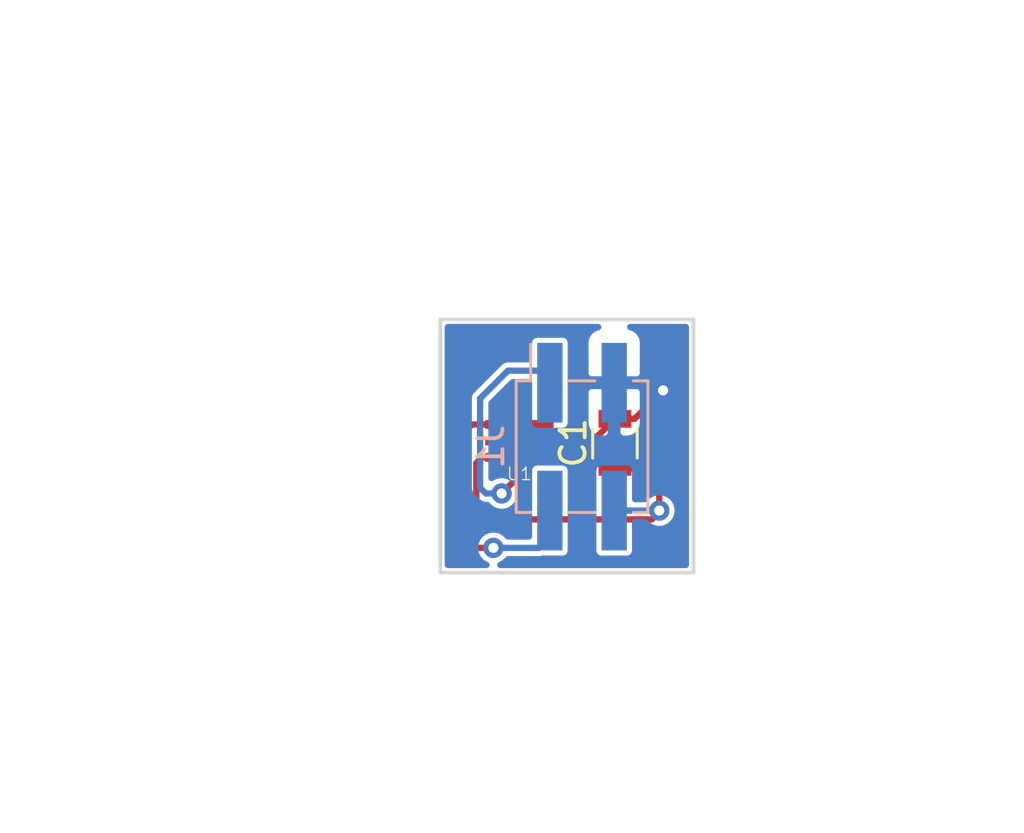
<source format=kicad_pcb>
(kicad_pcb (version 20171130) (host pcbnew "(5.1.6)-1")

  (general
    (thickness 1.6)
    (drawings 9)
    (tracks 43)
    (zones 0)
    (modules 3)
    (nets 5)
  )

  (page A4)
  (title_block
    (title "TSL2591 Board")
    (date 2021-03-06)
    (rev 1.0.0)
    (company UTSVT)
    (comment 1 "Matthew Yu")
    (comment 2 "Jacob Pustilnik")
  )

  (layers
    (0 F.Cu signal)
    (31 B.Cu signal)
    (32 B.Adhes user)
    (33 F.Adhes user)
    (34 B.Paste user)
    (35 F.Paste user)
    (36 B.SilkS user hide)
    (37 F.SilkS user hide)
    (38 B.Mask user)
    (39 F.Mask user)
    (40 Dwgs.User user)
    (41 Cmts.User user)
    (42 Eco1.User user)
    (43 Eco2.User user)
    (44 Edge.Cuts user)
    (45 Margin user)
    (46 B.CrtYd user)
    (47 F.CrtYd user)
    (48 B.Fab user hide)
    (49 F.Fab user hide)
  )

  (setup
    (last_trace_width 0.25)
    (trace_clearance 0.2)
    (zone_clearance 0.1)
    (zone_45_only no)
    (trace_min 0.2)
    (via_size 0.8)
    (via_drill 0.4)
    (via_min_size 0.4)
    (via_min_drill 0.3)
    (uvia_size 0.3)
    (uvia_drill 0.1)
    (uvias_allowed no)
    (uvia_min_size 0.2)
    (uvia_min_drill 0.1)
    (edge_width 0.05)
    (segment_width 0.2)
    (pcb_text_width 0.3)
    (pcb_text_size 1.5 1.5)
    (mod_edge_width 0.12)
    (mod_text_size 1 1)
    (mod_text_width 0.15)
    (pad_size 1.524 1.524)
    (pad_drill 0.762)
    (pad_to_mask_clearance 0.05)
    (aux_axis_origin 0 0)
    (visible_elements 7FFFFFFF)
    (pcbplotparams
      (layerselection 0x010fc_ffffffff)
      (usegerberextensions false)
      (usegerberattributes true)
      (usegerberadvancedattributes true)
      (creategerberjobfile true)
      (excludeedgelayer true)
      (linewidth 0.100000)
      (plotframeref false)
      (viasonmask false)
      (mode 1)
      (useauxorigin false)
      (hpglpennumber 1)
      (hpglpenspeed 20)
      (hpglpendiameter 15.000000)
      (psnegative false)
      (psa4output false)
      (plotreference true)
      (plotvalue true)
      (plotinvisibletext false)
      (padsonsilk false)
      (subtractmaskfromsilk false)
      (outputformat 1)
      (mirror false)
      (drillshape 0)
      (scaleselection 1)
      (outputdirectory "./"))
  )

  (net 0 "")
  (net 1 +3V3)
  (net 2 GND)
  (net 3 /SDA_in)
  (net 4 /SCL_in)

  (net_class Default "This is the default net class."
    (clearance 0.2)
    (trace_width 0.25)
    (via_dia 0.8)
    (via_drill 0.4)
    (uvia_dia 0.3)
    (uvia_drill 0.1)
    (add_net +3V3)
    (add_net /SCL_in)
    (add_net /SDA_in)
    (add_net GND)
    (add_net "Net-(U1-Pad2)")
    (add_net "Net-(U1-Pad4)")
  )

  (module Connector_PinHeader_2.54mm:PinHeader_2x02_P2.54mm_Vertical_SMD (layer B.Cu) (tedit 59FED5CC) (tstamp 601F0994)
    (at 188.2 85.1 270)
    (descr "surface-mounted straight pin header, 2x02, 2.54mm pitch, double rows")
    (tags "Surface mounted pin header SMD 2x02 2.54mm double row")
    (path /60074FEE)
    (attr smd)
    (fp_text reference J1 (at 0 3.6 270) (layer B.SilkS)
      (effects (font (size 1 1) (thickness 0.15)) (justify mirror))
    )
    (fp_text value Conn_01x04_Female (at 0 -3.6 270) (layer B.Fab)
      (effects (font (size 1 1) (thickness 0.15)) (justify mirror))
    )
    (fp_line (start 2.54 -2.54) (end -2.54 -2.54) (layer B.Fab) (width 0.1))
    (fp_line (start -1.59 2.54) (end 2.54 2.54) (layer B.Fab) (width 0.1))
    (fp_line (start -2.54 -2.54) (end -2.54 1.59) (layer B.Fab) (width 0.1))
    (fp_line (start -2.54 1.59) (end -1.59 2.54) (layer B.Fab) (width 0.1))
    (fp_line (start 2.54 2.54) (end 2.54 -2.54) (layer B.Fab) (width 0.1))
    (fp_line (start -2.54 1.59) (end -3.6 1.59) (layer B.Fab) (width 0.1))
    (fp_line (start -3.6 1.59) (end -3.6 0.95) (layer B.Fab) (width 0.1))
    (fp_line (start -3.6 0.95) (end -2.54 0.95) (layer B.Fab) (width 0.1))
    (fp_line (start 2.54 1.59) (end 3.6 1.59) (layer B.Fab) (width 0.1))
    (fp_line (start 3.6 1.59) (end 3.6 0.95) (layer B.Fab) (width 0.1))
    (fp_line (start 3.6 0.95) (end 2.54 0.95) (layer B.Fab) (width 0.1))
    (fp_line (start -2.54 -0.95) (end -3.6 -0.95) (layer B.Fab) (width 0.1))
    (fp_line (start -3.6 -0.95) (end -3.6 -1.59) (layer B.Fab) (width 0.1))
    (fp_line (start -3.6 -1.59) (end -2.54 -1.59) (layer B.Fab) (width 0.1))
    (fp_line (start 2.54 -0.95) (end 3.6 -0.95) (layer B.Fab) (width 0.1))
    (fp_line (start 3.6 -0.95) (end 3.6 -1.59) (layer B.Fab) (width 0.1))
    (fp_line (start 3.6 -1.59) (end 2.54 -1.59) (layer B.Fab) (width 0.1))
    (fp_line (start -2.6 2.6) (end 2.6 2.6) (layer B.SilkS) (width 0.12))
    (fp_line (start -2.6 -2.6) (end 2.6 -2.6) (layer B.SilkS) (width 0.12))
    (fp_line (start -4.04 2.03) (end -2.6 2.03) (layer B.SilkS) (width 0.12))
    (fp_line (start -2.6 2.6) (end -2.6 2.03) (layer B.SilkS) (width 0.12))
    (fp_line (start 2.6 2.6) (end 2.6 2.03) (layer B.SilkS) (width 0.12))
    (fp_line (start -2.6 -2.03) (end -2.6 -2.6) (layer B.SilkS) (width 0.12))
    (fp_line (start 2.6 -2.03) (end 2.6 -2.6) (layer B.SilkS) (width 0.12))
    (fp_line (start -2.6 0.51) (end -2.6 -0.51) (layer B.SilkS) (width 0.12))
    (fp_line (start 2.6 0.51) (end 2.6 -0.51) (layer B.SilkS) (width 0.12))
    (fp_line (start -5.9 3.05) (end -5.9 -3.05) (layer B.CrtYd) (width 0.05))
    (fp_line (start -5.9 -3.05) (end 5.9 -3.05) (layer B.CrtYd) (width 0.05))
    (fp_line (start 5.9 -3.05) (end 5.9 3.05) (layer B.CrtYd) (width 0.05))
    (fp_line (start 5.9 3.05) (end -5.9 3.05) (layer B.CrtYd) (width 0.05))
    (fp_text user %R (at 0 0) (layer B.Fab)
      (effects (font (size 1 1) (thickness 0.15)) (justify mirror))
    )
    (pad 4 smd rect (at 2.525 -1.27 270) (size 3.15 1) (layers B.Cu B.Paste B.Mask)
      (net 2 GND))
    (pad 3 smd rect (at -2.525 -1.27 270) (size 3.15 1) (layers B.Cu B.Paste B.Mask)
      (net 1 +3V3))
    (pad 2 smd rect (at 2.525 1.27 270) (size 3.15 1) (layers B.Cu B.Paste B.Mask)
      (net 4 /SCL_in))
    (pad 1 smd rect (at -2.525 1.27 270) (size 3.15 1) (layers B.Cu B.Paste B.Mask)
      (net 3 /SDA_in))
    (model ${KISYS3DMOD}/Connector_PinHeader_2.54mm.3dshapes/PinHeader_2x02_P2.54mm_Vertical_SMD.wrl
      (at (xyz 0 0 0))
      (scale (xyz 1 1 1))
      (rotate (xyz 0 0 0))
    )
  )

  (module tsl2591_smaller:tsl2591 (layer F.Cu) (tedit 601ED597) (tstamp 603A9A02)
    (at 185.725 84.875)
    (path /60064A60)
    (fp_text reference U1 (at 0 1.3) (layer F.SilkS)
      (effects (font (size 0.5 0.5) (thickness 0.05)))
    )
    (fp_text value TSL2591 (at 0.05 -1.35) (layer F.Fab)
      (effects (font (size 0.5 0.5) (thickness 0.05)))
    )
    (pad 1 smd custom (at -0.325 -0.65) (size 0.35 0.35) (layers F.Cu F.Paste F.Mask)
      (net 4 /SCL_in)
      (options (clearance outline) (anchor circle))
      (primitives
        (gr_poly (pts
           (xy 0.175 0.175) (xy -1.025 0.175) (xy -1.025 -0.175) (xy 0.175 -0.175)) (width 0))
      ))
    (pad 3 smd custom (at -0.325 0.65) (size 0.35 0.35) (layers F.Cu F.Paste F.Mask)
      (net 2 GND) (zone_connect 0)
      (options (clearance outline) (anchor circle))
      (primitives
        (gr_poly (pts
           (xy 0 0.175) (xy -1.025 0.175) (xy -1.025 -0.175) (xy 0 -0.175)) (width 0.001))
      ))
    (pad 6 smd custom (at 0.325 0.65 180) (size 0.35 0.35) (layers F.Cu F.Paste F.Mask)
      (net 3 /SDA_in) (zone_connect 0)
      (options (clearance outline) (anchor circle))
      (primitives
        (gr_poly (pts
           (xy 0 0.175) (xy -1.025 0.175) (xy -1.025 -0.175) (xy 0 -0.175)) (width 0.001))
      ))
    (pad 4 smd custom (at 0.325 -0.65 180) (size 0.35 0.35) (layers F.Cu F.Paste F.Mask)
      (zone_connect 0)
      (options (clearance outline) (anchor circle))
      (primitives
        (gr_poly (pts
           (xy 0 0.175) (xy -1.025 0.175) (xy -1.025 -0.175) (xy 0 -0.175)) (width 0.001))
      ))
    (pad 5 smd custom (at 0.325 0 180) (size 0.35 0.35) (layers F.Cu F.Paste F.Mask)
      (net 1 +3V3) (zone_connect 0)
      (options (clearance outline) (anchor circle))
      (primitives
        (gr_poly (pts
           (xy 0 0.175) (xy -1.025 0.175) (xy -1.025 -0.175) (xy 0 -0.175)) (width 0.001))
      ))
    (pad 2 smd custom (at -0.325 0) (size 0.35 0.35) (layers F.Cu F.Paste F.Mask)
      (options (clearance outline) (anchor circle))
      (primitives
        (gr_poly (pts
           (xy 0 0.175) (xy -1.025 0.175) (xy -1.025 -0.175) (xy 0 -0.175)) (width 0.001))
      ))
  )

  (module Resistors_SMD:R_0805 (layer F.Cu) (tedit 58E0A804) (tstamp 601F0916)
    (at 189.5 84.95 90)
    (descr "Resistor SMD 0805, reflow soldering, Vishay (see dcrcw.pdf)")
    (tags "resistor 0805")
    (path /6006B095)
    (attr smd)
    (fp_text reference C1 (at 0 -1.65 90) (layer F.SilkS)
      (effects (font (size 1 1) (thickness 0.15)))
    )
    (fp_text value 10u (at 0 1.75 90) (layer F.Fab)
      (effects (font (size 1 1) (thickness 0.15)))
    )
    (fp_line (start 1.55 0.9) (end -1.55 0.9) (layer F.CrtYd) (width 0.05))
    (fp_line (start 1.55 0.9) (end 1.55 -0.9) (layer F.CrtYd) (width 0.05))
    (fp_line (start -1.55 -0.9) (end -1.55 0.9) (layer F.CrtYd) (width 0.05))
    (fp_line (start -1.55 -0.9) (end 1.55 -0.9) (layer F.CrtYd) (width 0.05))
    (fp_line (start -0.6 -0.88) (end 0.6 -0.88) (layer F.SilkS) (width 0.12))
    (fp_line (start 0.6 0.88) (end -0.6 0.88) (layer F.SilkS) (width 0.12))
    (fp_line (start -1 -0.62) (end 1 -0.62) (layer F.Fab) (width 0.1))
    (fp_line (start 1 -0.62) (end 1 0.62) (layer F.Fab) (width 0.1))
    (fp_line (start 1 0.62) (end -1 0.62) (layer F.Fab) (width 0.1))
    (fp_line (start -1 0.62) (end -1 -0.62) (layer F.Fab) (width 0.1))
    (fp_text user %R (at 0 0 90) (layer F.Fab)
      (effects (font (size 0.5 0.5) (thickness 0.075)))
    )
    (pad 1 smd rect (at -0.95 0 90) (size 0.7 1.3) (layers F.Cu F.Paste F.Mask)
      (net 2 GND))
    (pad 2 smd rect (at 0.95 0 90) (size 0.7 1.3) (layers F.Cu F.Paste F.Mask)
      (net 1 +3V3))
    (model ${KISYS3DMOD}/Resistors_SMD.3dshapes/R_0805.wrl
      (at (xyz 0 0 0))
      (scale (xyz 1 1 1))
      (rotate (xyz 0 0 0))
    )
  )

  (gr_line (start 192.6 90.075) (end 192.6 80.075) (layer Edge.Cuts) (width 0.15))
  (gr_line (start 182.6 80.075) (end 192.6 80.075) (layer Edge.Cuts) (width 0.15))
  (gr_line (start 182.6 90.075) (end 182.6 80.075) (layer Edge.Cuts) (width 0.15))
  (gr_line (start 192.6 90.075) (end 182.6 90.075) (layer Edge.Cuts) (width 0.15))
  (dimension 1 (width 0.15) (layer Dwgs.User)
    (gr_text "1.000 mm" (at 181.4 68.15) (layer Dwgs.User)
      (effects (font (size 1 1) (thickness 0.15)))
    )
    (feature1 (pts (xy 180.9 82.35) (xy 180.9 68.863579)))
    (feature2 (pts (xy 181.9 82.35) (xy 181.9 68.863579)))
    (crossbar (pts (xy 181.9 69.45) (xy 180.9 69.45)))
    (arrow1a (pts (xy 180.9 69.45) (xy 182.026504 68.863579)))
    (arrow1b (pts (xy 180.9 69.45) (xy 182.026504 70.036421)))
    (arrow2a (pts (xy 181.9 69.45) (xy 180.773496 68.863579)))
    (arrow2b (pts (xy 181.9 69.45) (xy 180.773496 70.036421)))
  )
  (dimension 10.000031 (width 0.15) (layer Dwgs.User)
    (gr_text "10.000 mm" (at 168.881311 85.055547 89.85676085) (layer Dwgs.User)
      (effects (font (size 1 1) (thickness 0.15)))
    )
    (feature1 (pts (xy 176.675 80.075) (xy 169.607388 80.057331)))
    (feature2 (pts (xy 176.65 90.075) (xy 169.582388 90.057331)))
    (crossbar (pts (xy 170.168807 90.058797) (xy 170.193807 80.058797)))
    (arrow1a (pts (xy 170.193807 80.058797) (xy 170.77741 81.186763)))
    (arrow1b (pts (xy 170.193807 80.058797) (xy 169.604572 81.183831)))
    (arrow2a (pts (xy 170.168807 90.058797) (xy 170.758042 88.933763)))
    (arrow2b (pts (xy 170.168807 90.058797) (xy 169.585204 88.930831)))
  )
  (dimension 10.025 (width 0.15) (layer Dwgs.User)
    (gr_text "10.025 mm" (at 187.0625 101.025) (layer Dwgs.User)
      (effects (font (size 1 1) (thickness 0.15)))
    )
    (feature1 (pts (xy 182.05 91.3) (xy 182.05 100.311421)))
    (feature2 (pts (xy 192.075 91.3) (xy 192.075 100.311421)))
    (crossbar (pts (xy 192.075 99.725) (xy 182.05 99.725)))
    (arrow1a (pts (xy 182.05 99.725) (xy 183.176504 99.138579)))
    (arrow1b (pts (xy 182.05 99.725) (xy 183.176504 100.311421)))
    (arrow2a (pts (xy 192.075 99.725) (xy 190.948496 99.138579)))
    (arrow2b (pts (xy 192.075 99.725) (xy 190.948496 100.311421)))
  )
  (dimension 1 (width 0.15) (layer Dwgs.User)
    (gr_text "1.000 mm" (at 204.3 89.8 270) (layer Dwgs.User)
      (effects (font (size 1 1) (thickness 0.15)))
    )
    (feature1 (pts (xy 190.1 90.3) (xy 203.586421 90.3)))
    (feature2 (pts (xy 190.1 89.3) (xy 203.586421 89.3)))
    (crossbar (pts (xy 203 89.3) (xy 203 90.3)))
    (arrow1a (pts (xy 203 90.3) (xy 202.413579 89.173496)))
    (arrow1b (pts (xy 203 90.3) (xy 203.586421 89.173496)))
    (arrow2a (pts (xy 203 89.3) (xy 202.413579 90.426504)))
    (arrow2b (pts (xy 203 89.3) (xy 203.586421 90.426504)))
  )
  (dimension 1 (width 0.15) (layer Dwgs.User)
    (gr_text "1.000 mm" (at 201.6 80.5 90) (layer Dwgs.User)
      (effects (font (size 1 1) (thickness 0.15)))
    )
    (feature1 (pts (xy 189.1 80) (xy 200.886421 80)))
    (feature2 (pts (xy 189.1 81) (xy 200.886421 81)))
    (crossbar (pts (xy 200.3 81) (xy 200.3 80)))
    (arrow1a (pts (xy 200.3 80) (xy 200.886421 81.126504)))
    (arrow1b (pts (xy 200.3 80) (xy 199.713579 81.126504)))
    (arrow2a (pts (xy 200.3 81) (xy 200.886421 79.873496)))
    (arrow2b (pts (xy 200.3 81) (xy 199.713579 79.873496)))
  )

  (segment (start 189.5 84) (end 190.275 84) (width 0.25) (layer F.Cu) (net 1) (status 10))
  (segment (start 190.275 84) (end 191.4 82.875) (width 0.25) (layer F.Cu) (net 1))
  (via (at 191.4 82.875) (size 0.8) (drill 0.4) (layers F.Cu B.Cu) (net 1))
  (segment (start 186.05 84.875) (end 188.625 84.875) (width 0.25) (layer F.Cu) (net 1))
  (segment (start 188.625 84.875) (end 189.4 84.1) (width 0.25) (layer F.Cu) (net 1))
  (segment (start 189.47 87.625) (end 191.25 87.625) (width 0.25) (layer B.Cu) (net 2) (status 10))
  (via (at 191.25 87.625) (size 0.8) (drill 0.4) (layers F.Cu B.Cu) (net 2))
  (segment (start 189.5 85.9) (end 190.15 85.9) (width 0.25) (layer F.Cu) (net 2) (status 30))
  (segment (start 191.25 87) (end 191.25 87.625) (width 0.25) (layer F.Cu) (net 2))
  (segment (start 190.15 85.9) (end 191.25 87) (width 0.25) (layer F.Cu) (net 2) (status 10))
  (segment (start 184.25 85.525) (end 185.4 85.525) (width 0.25) (layer F.Cu) (net 2))
  (segment (start 184.025 85.75) (end 184.25 85.525) (width 0.25) (layer F.Cu) (net 2))
  (segment (start 191.25 87.675) (end 190.95 87.975) (width 0.25) (layer F.Cu) (net 2))
  (segment (start 191.25 87.625) (end 191.25 87.675) (width 0.25) (layer F.Cu) (net 2))
  (segment (start 190.95 87.975) (end 184.325 87.975) (width 0.25) (layer F.Cu) (net 2))
  (segment (start 184.325 87.975) (end 184.025 87.675) (width 0.25) (layer F.Cu) (net 2))
  (segment (start 184.025 87.675) (end 184.025 85.75) (width 0.25) (layer F.Cu) (net 2))
  (segment (start 186.05 85.525) (end 186.05 85.925) (width 0.25) (layer F.Cu) (net 3))
  (segment (start 186.05 85.925) (end 185.025 86.95) (width 0.25) (layer F.Cu) (net 3))
  (segment (start 185.025 86.95) (end 185.025 86.95) (width 0.25) (layer F.Cu) (net 3) (tstamp 6043BC1A))
  (via (at 185.025 86.95) (size 0.8) (drill 0.4) (layers F.Cu B.Cu) (net 3))
  (segment (start 185.025 86.95) (end 184.4 86.95) (width 0.25) (layer B.Cu) (net 3))
  (segment (start 184.4 86.95) (end 184.2 86.75) (width 0.25) (layer B.Cu) (net 3))
  (segment (start 184.2 86.75) (end 184.175 86.725) (width 0.25) (layer B.Cu) (net 3))
  (segment (start 184.175 86.725) (end 184.175 83.4) (width 0.25) (layer B.Cu) (net 3))
  (segment (start 184.175 83.4) (end 184.175 83.2) (width 0.25) (layer B.Cu) (net 3))
  (segment (start 184.175 83.2) (end 185.175 82.2) (width 0.25) (layer B.Cu) (net 3))
  (segment (start 185.175 82.2) (end 185.275 82.1) (width 0.25) (layer B.Cu) (net 3))
  (segment (start 185.275 82.1) (end 186.9 82.1) (width 0.25) (layer B.Cu) (net 3))
  (segment (start 186.93 87.625) (end 186.93 88.07) (width 0.25) (layer B.Cu) (net 4) (status 30))
  (segment (start 185.4 84.225) (end 184.389658 84.225) (width 0.25) (layer F.Cu) (net 4))
  (segment (start 185.4 84.225) (end 183.85 84.225) (width 0.25) (layer F.Cu) (net 4))
  (segment (start 183.85 84.225) (end 183.45 84.625) (width 0.25) (layer F.Cu) (net 4))
  (segment (start 183.45 84.625) (end 183.325 84.75) (width 0.25) (layer F.Cu) (net 4))
  (segment (start 183.325 84.75) (end 183.325 87.075) (width 0.25) (layer F.Cu) (net 4))
  (segment (start 183.325 87.075) (end 183.325 87.175) (width 0.25) (layer F.Cu) (net 4))
  (segment (start 183.325 87.075) (end 183.325 87.55) (width 0.25) (layer F.Cu) (net 4))
  (segment (start 183.325 87.55) (end 183.325 88.45) (width 0.25) (layer F.Cu) (net 4))
  (segment (start 183.325 88.45) (end 183.975 89.1) (width 0.25) (layer F.Cu) (net 4))
  (segment (start 183.975 89.1) (end 184.7 89.1) (width 0.25) (layer F.Cu) (net 4))
  (segment (start 184.7 89.1) (end 184.7 89.1) (width 0.25) (layer F.Cu) (net 4) (tstamp 6043BC49))
  (via (at 184.7 89.1) (size 0.8) (drill 0.4) (layers F.Cu B.Cu) (net 4))
  (segment (start 184.7 89.1) (end 186.5 89.1) (width 0.25) (layer B.Cu) (net 4))

  (zone (net 2) (net_name GND) (layer F.Cu) (tstamp 6043C0E2) (hatch edge 0.508)
    (connect_pads (clearance 0.1))
    (min_thickness 0.254)
    (fill yes (arc_segments 32) (thermal_gap 0.508) (thermal_bridge_width 0.508))
    (polygon
      (pts
        (xy 193.625 78.46875) (xy 193.675 91.64375) (xy 181.775 91.15625) (xy 181.6 79.9) (xy 181.875 77.95)
        (xy 182.85 78.43125)
      )
    )
  )
  (zone (net 1) (net_name +3V3) (layer B.Cu) (tstamp 6043C0DF) (hatch edge 0.508)
    (connect_pads (clearance 0.1))
    (min_thickness 0.254)
    (fill yes (arc_segments 32) (thermal_gap 0.508) (thermal_bridge_width 0.508))
    (polygon
      (pts
        (xy 193.8375 79.305811) (xy 193.65 79.85) (xy 193.99375 79.942872) (xy 192.90625 90.807128) (xy 181.83125 90.71875)
        (xy 181.9125 78.844189)
      )
    )
    (filled_polygon
      (pts
        (xy 188.72582 80.410498) (xy 188.615506 80.469463) (xy 188.518815 80.548815) (xy 188.439463 80.645506) (xy 188.380498 80.75582)
        (xy 188.344188 80.875518) (xy 188.331928 81) (xy 188.335 82.28925) (xy 188.49375 82.448) (xy 189.343 82.448)
        (xy 189.343 82.428) (xy 189.597 82.428) (xy 189.597 82.448) (xy 190.44625 82.448) (xy 190.605 82.28925)
        (xy 190.608072 81) (xy 190.595812 80.875518) (xy 190.559502 80.75582) (xy 190.500537 80.645506) (xy 190.421185 80.548815)
        (xy 190.324494 80.469463) (xy 190.21418 80.410498) (xy 190.103752 80.377) (xy 192.298001 80.377) (xy 192.298 89.773)
        (xy 184.974977 89.773) (xy 185.044364 89.744259) (xy 185.163436 89.664698) (xy 185.264698 89.563436) (xy 185.272339 89.552)
        (xy 186.522205 89.552) (xy 186.588607 89.54546) (xy 186.644246 89.528582) (xy 187.43 89.528582) (xy 187.494103 89.522268)
        (xy 187.555743 89.50357) (xy 187.61255 89.473206) (xy 187.662343 89.432343) (xy 187.703206 89.38255) (xy 187.73357 89.325743)
        (xy 187.752268 89.264103) (xy 187.758582 89.2) (xy 187.758582 86.05) (xy 188.641418 86.05) (xy 188.641418 89.2)
        (xy 188.647732 89.264103) (xy 188.66643 89.325743) (xy 188.696794 89.38255) (xy 188.737657 89.432343) (xy 188.78745 89.473206)
        (xy 188.844257 89.50357) (xy 188.905897 89.522268) (xy 188.97 89.528582) (xy 189.97 89.528582) (xy 190.034103 89.522268)
        (xy 190.095743 89.50357) (xy 190.15255 89.473206) (xy 190.202343 89.432343) (xy 190.243206 89.38255) (xy 190.27357 89.325743)
        (xy 190.292268 89.264103) (xy 190.298582 89.2) (xy 190.298582 88.077) (xy 190.677661 88.077) (xy 190.685302 88.088436)
        (xy 190.786564 88.189698) (xy 190.905636 88.269259) (xy 191.037942 88.324062) (xy 191.178397 88.352) (xy 191.321603 88.352)
        (xy 191.462058 88.324062) (xy 191.594364 88.269259) (xy 191.713436 88.189698) (xy 191.814698 88.088436) (xy 191.894259 87.969364)
        (xy 191.949062 87.837058) (xy 191.977 87.696603) (xy 191.977 87.553397) (xy 191.949062 87.412942) (xy 191.894259 87.280636)
        (xy 191.814698 87.161564) (xy 191.713436 87.060302) (xy 191.594364 86.980741) (xy 191.462058 86.925938) (xy 191.321603 86.898)
        (xy 191.178397 86.898) (xy 191.037942 86.925938) (xy 190.905636 86.980741) (xy 190.786564 87.060302) (xy 190.685302 87.161564)
        (xy 190.677661 87.173) (xy 190.298582 87.173) (xy 190.298582 86.05) (xy 190.292268 85.985897) (xy 190.27357 85.924257)
        (xy 190.243206 85.86745) (xy 190.202343 85.817657) (xy 190.15255 85.776794) (xy 190.095743 85.74643) (xy 190.034103 85.727732)
        (xy 189.97 85.721418) (xy 188.97 85.721418) (xy 188.905897 85.727732) (xy 188.844257 85.74643) (xy 188.78745 85.776794)
        (xy 188.737657 85.817657) (xy 188.696794 85.86745) (xy 188.66643 85.924257) (xy 188.647732 85.985897) (xy 188.641418 86.05)
        (xy 187.758582 86.05) (xy 187.752268 85.985897) (xy 187.73357 85.924257) (xy 187.703206 85.86745) (xy 187.662343 85.817657)
        (xy 187.61255 85.776794) (xy 187.555743 85.74643) (xy 187.494103 85.727732) (xy 187.43 85.721418) (xy 186.43 85.721418)
        (xy 186.365897 85.727732) (xy 186.304257 85.74643) (xy 186.24745 85.776794) (xy 186.197657 85.817657) (xy 186.156794 85.86745)
        (xy 186.12643 85.924257) (xy 186.107732 85.985897) (xy 186.101418 86.05) (xy 186.101418 88.648) (xy 185.272339 88.648)
        (xy 185.264698 88.636564) (xy 185.163436 88.535302) (xy 185.044364 88.455741) (xy 184.912058 88.400938) (xy 184.771603 88.373)
        (xy 184.628397 88.373) (xy 184.487942 88.400938) (xy 184.355636 88.455741) (xy 184.236564 88.535302) (xy 184.135302 88.636564)
        (xy 184.055741 88.755636) (xy 184.000938 88.887942) (xy 183.973 89.028397) (xy 183.973 89.171603) (xy 184.000938 89.312058)
        (xy 184.055741 89.444364) (xy 184.135302 89.563436) (xy 184.236564 89.664698) (xy 184.355636 89.744259) (xy 184.425023 89.773)
        (xy 182.902 89.773) (xy 182.902 83.2) (xy 183.720813 83.2) (xy 183.723 83.222205) (xy 183.723 83.422204)
        (xy 183.723001 83.422214) (xy 183.723 86.702795) (xy 183.720813 86.725) (xy 183.723 86.747204) (xy 183.72954 86.813606)
        (xy 183.755386 86.898809) (xy 183.797357 86.977332) (xy 183.853841 87.046159) (xy 183.871097 87.060321) (xy 183.896089 87.085313)
        (xy 183.896095 87.085318) (xy 184.064677 87.2539) (xy 184.078841 87.271159) (xy 184.147667 87.327643) (xy 184.22619 87.369614)
        (xy 184.311392 87.39546) (xy 184.4 87.404187) (xy 184.422205 87.402) (xy 184.452661 87.402) (xy 184.460302 87.413436)
        (xy 184.561564 87.514698) (xy 184.680636 87.594259) (xy 184.812942 87.649062) (xy 184.953397 87.677) (xy 185.096603 87.677)
        (xy 185.237058 87.649062) (xy 185.369364 87.594259) (xy 185.488436 87.514698) (xy 185.589698 87.413436) (xy 185.669259 87.294364)
        (xy 185.724062 87.162058) (xy 185.752 87.021603) (xy 185.752 86.878397) (xy 185.724062 86.737942) (xy 185.669259 86.605636)
        (xy 185.589698 86.486564) (xy 185.488436 86.385302) (xy 185.369364 86.305741) (xy 185.237058 86.250938) (xy 185.096603 86.223)
        (xy 184.953397 86.223) (xy 184.812942 86.250938) (xy 184.680636 86.305741) (xy 184.627 86.341579) (xy 184.627 83.387223)
        (xy 185.462224 82.552) (xy 186.101418 82.552) (xy 186.101418 84.15) (xy 186.107732 84.214103) (xy 186.12643 84.275743)
        (xy 186.156794 84.33255) (xy 186.197657 84.382343) (xy 186.24745 84.423206) (xy 186.304257 84.45357) (xy 186.365897 84.472268)
        (xy 186.43 84.478582) (xy 187.43 84.478582) (xy 187.494103 84.472268) (xy 187.555743 84.45357) (xy 187.61255 84.423206)
        (xy 187.662343 84.382343) (xy 187.703206 84.33255) (xy 187.73357 84.275743) (xy 187.752268 84.214103) (xy 187.758582 84.15)
        (xy 188.331928 84.15) (xy 188.344188 84.274482) (xy 188.380498 84.39418) (xy 188.439463 84.504494) (xy 188.518815 84.601185)
        (xy 188.615506 84.680537) (xy 188.72582 84.739502) (xy 188.845518 84.775812) (xy 188.97 84.788072) (xy 189.18425 84.785)
        (xy 189.343 84.62625) (xy 189.343 82.702) (xy 189.597 82.702) (xy 189.597 84.62625) (xy 189.75575 84.785)
        (xy 189.97 84.788072) (xy 190.094482 84.775812) (xy 190.21418 84.739502) (xy 190.324494 84.680537) (xy 190.421185 84.601185)
        (xy 190.500537 84.504494) (xy 190.559502 84.39418) (xy 190.595812 84.274482) (xy 190.608072 84.15) (xy 190.605 82.86075)
        (xy 190.44625 82.702) (xy 189.597 82.702) (xy 189.343 82.702) (xy 188.49375 82.702) (xy 188.335 82.86075)
        (xy 188.331928 84.15) (xy 187.758582 84.15) (xy 187.758582 81) (xy 187.752268 80.935897) (xy 187.73357 80.874257)
        (xy 187.703206 80.81745) (xy 187.662343 80.767657) (xy 187.61255 80.726794) (xy 187.555743 80.69643) (xy 187.494103 80.677732)
        (xy 187.43 80.671418) (xy 186.43 80.671418) (xy 186.365897 80.677732) (xy 186.304257 80.69643) (xy 186.24745 80.726794)
        (xy 186.197657 80.767657) (xy 186.156794 80.81745) (xy 186.12643 80.874257) (xy 186.107732 80.935897) (xy 186.101418 81)
        (xy 186.101418 81.648) (xy 185.297204 81.648) (xy 185.274999 81.645813) (xy 185.186392 81.65454) (xy 185.170306 81.65942)
        (xy 185.10119 81.680386) (xy 185.022667 81.722357) (xy 184.953841 81.778841) (xy 184.93968 81.796096) (xy 184.871093 81.864684)
        (xy 184.871089 81.864687) (xy 183.871096 82.864681) (xy 183.853842 82.878841) (xy 183.797357 82.947667) (xy 183.755386 83.02619)
        (xy 183.755386 83.026191) (xy 183.72954 83.111393) (xy 183.720813 83.2) (xy 182.902 83.2) (xy 182.902 80.377)
        (xy 188.836248 80.377)
      )
    )
  )
  (zone (net 2) (net_name GND) (layer F.Cu) (tstamp 6043C0DC) (hatch edge 0.508)
    (connect_pads (clearance 0.1))
    (min_thickness 0.254)
    (fill yes (arc_segments 32) (thermal_gap 0.508) (thermal_bridge_width 0.508))
    (polygon
      (pts
        (xy 181.05 78.25) (xy 182.45 77.75) (xy 181.211905 78.25)
      )
    )
  )
  (zone (net 2) (net_name GND) (layer F.Cu) (tstamp 6043C0D9) (hatch edge 0.508)
    (connect_pads (clearance 0.1))
    (min_thickness 0.254)
    (fill yes (arc_segments 32) (thermal_gap 0.508) (thermal_bridge_width 0.508))
    (polygon
      (pts
        (xy 181.05 78.25) (xy 182.45 77.75) (xy 181.211905 78.25)
      )
    )
  )
)

</source>
